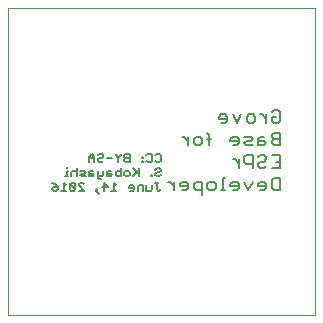
<source format=gbo>
G75*
%MOIN*%
%OFA0B0*%
%FSLAX25Y25*%
%IPPOS*%
%LPD*%
%AMOC8*
5,1,8,0,0,1.08239X$1,22.5*
%
%ADD10C,0.00000*%
%ADD11C,0.00800*%
%ADD12C,0.00500*%
D10*
X0001000Y0001750D02*
X0001000Y0104211D01*
X0103500Y0104250D01*
X0103500Y0001750D01*
X0001000Y0001750D01*
D11*
X0054451Y0046202D02*
X0055152Y0046202D01*
X0056553Y0044801D01*
X0056553Y0043400D02*
X0056553Y0046202D01*
X0058355Y0045502D02*
X0058355Y0044801D01*
X0061157Y0044801D01*
X0061157Y0044101D02*
X0060457Y0043400D01*
X0059055Y0043400D01*
X0058355Y0045502D02*
X0059055Y0046202D01*
X0060457Y0046202D01*
X0061157Y0045502D01*
X0061157Y0044101D01*
X0062959Y0044101D02*
X0062959Y0045502D01*
X0063659Y0046202D01*
X0065761Y0046202D01*
X0065761Y0041999D01*
X0065761Y0043400D02*
X0063659Y0043400D01*
X0062959Y0044101D01*
X0067563Y0044101D02*
X0067563Y0045502D01*
X0068263Y0046202D01*
X0069664Y0046202D01*
X0070365Y0045502D01*
X0070365Y0044101D01*
X0069664Y0043400D01*
X0068263Y0043400D01*
X0067563Y0044101D01*
X0072033Y0043400D02*
X0073434Y0043400D01*
X0072734Y0043400D02*
X0072734Y0047604D01*
X0073434Y0047604D01*
X0075236Y0045502D02*
X0075236Y0044801D01*
X0078038Y0044801D01*
X0078038Y0044101D02*
X0078038Y0045502D01*
X0077338Y0046202D01*
X0075936Y0046202D01*
X0075236Y0045502D01*
X0075936Y0043400D02*
X0077338Y0043400D01*
X0078038Y0044101D01*
X0079840Y0046202D02*
X0081241Y0043400D01*
X0082642Y0046202D01*
X0084444Y0045502D02*
X0084444Y0044801D01*
X0087246Y0044801D01*
X0087246Y0044101D02*
X0086545Y0043400D01*
X0085144Y0043400D01*
X0084444Y0045502D02*
X0085144Y0046202D01*
X0086545Y0046202D01*
X0087246Y0045502D01*
X0087246Y0044101D01*
X0089048Y0044101D02*
X0089048Y0046903D01*
X0089748Y0047604D01*
X0091850Y0047604D01*
X0091850Y0043400D01*
X0089748Y0043400D01*
X0089048Y0044101D01*
X0089048Y0050900D02*
X0091850Y0050900D01*
X0091850Y0055104D01*
X0089048Y0055104D01*
X0087246Y0054403D02*
X0087246Y0053702D01*
X0086545Y0053002D01*
X0085144Y0053002D01*
X0084444Y0052301D01*
X0084444Y0051601D01*
X0085144Y0050900D01*
X0086545Y0050900D01*
X0087246Y0051601D01*
X0087246Y0054403D02*
X0086545Y0055104D01*
X0085144Y0055104D01*
X0084444Y0054403D01*
X0082642Y0055104D02*
X0080540Y0055104D01*
X0079840Y0054403D01*
X0079840Y0053002D01*
X0080540Y0052301D01*
X0082642Y0052301D01*
X0082642Y0050900D02*
X0082642Y0055104D01*
X0082642Y0058400D02*
X0080540Y0058400D01*
X0079840Y0059101D01*
X0080540Y0059801D01*
X0081942Y0059801D01*
X0082642Y0060502D01*
X0081942Y0061202D01*
X0079840Y0061202D01*
X0078038Y0060502D02*
X0078038Y0059101D01*
X0077338Y0058400D01*
X0075936Y0058400D01*
X0075236Y0059801D02*
X0078038Y0059801D01*
X0078038Y0060502D02*
X0077338Y0061202D01*
X0075936Y0061202D01*
X0075236Y0060502D01*
X0075236Y0059801D01*
X0075936Y0053702D02*
X0076637Y0053702D01*
X0078038Y0052301D01*
X0078038Y0050900D02*
X0078038Y0053702D01*
X0084444Y0058400D02*
X0084444Y0060502D01*
X0085144Y0061202D01*
X0086545Y0061202D01*
X0086545Y0059801D02*
X0084444Y0059801D01*
X0084444Y0058400D02*
X0086545Y0058400D01*
X0087246Y0059101D01*
X0086545Y0059801D01*
X0089048Y0059801D02*
X0089048Y0059101D01*
X0089748Y0058400D01*
X0091850Y0058400D01*
X0091850Y0062604D01*
X0089748Y0062604D01*
X0089048Y0061903D01*
X0089048Y0061202D01*
X0089748Y0060502D01*
X0091850Y0060502D01*
X0089748Y0060502D02*
X0089048Y0059801D01*
X0089748Y0065900D02*
X0089048Y0066601D01*
X0089048Y0068002D01*
X0090449Y0068002D01*
X0091850Y0069403D02*
X0091850Y0066601D01*
X0091149Y0065900D01*
X0089748Y0065900D01*
X0087246Y0065900D02*
X0087246Y0068702D01*
X0087246Y0067301D02*
X0085845Y0068702D01*
X0085144Y0068702D01*
X0083409Y0068002D02*
X0083409Y0066601D01*
X0082709Y0065900D01*
X0081308Y0065900D01*
X0080607Y0066601D01*
X0080607Y0068002D01*
X0081308Y0068702D01*
X0082709Y0068702D01*
X0083409Y0068002D01*
X0078806Y0068702D02*
X0077404Y0065900D01*
X0076003Y0068702D01*
X0074202Y0068002D02*
X0073501Y0068702D01*
X0072100Y0068702D01*
X0071399Y0068002D01*
X0071399Y0067301D01*
X0074202Y0067301D01*
X0074202Y0066601D02*
X0074202Y0068002D01*
X0074202Y0066601D02*
X0073501Y0065900D01*
X0072100Y0065900D01*
X0068130Y0061903D02*
X0067429Y0062604D01*
X0068130Y0061903D02*
X0068130Y0058400D01*
X0068830Y0060502D02*
X0067429Y0060502D01*
X0065761Y0060502D02*
X0065761Y0059101D01*
X0065061Y0058400D01*
X0063659Y0058400D01*
X0062959Y0059101D01*
X0062959Y0060502D01*
X0063659Y0061202D01*
X0065061Y0061202D01*
X0065761Y0060502D01*
X0061157Y0061202D02*
X0061157Y0058400D01*
X0061157Y0059801D02*
X0059756Y0061202D01*
X0059055Y0061202D01*
X0089048Y0069403D02*
X0089748Y0070104D01*
X0091149Y0070104D01*
X0091850Y0069403D01*
X0091850Y0053002D02*
X0090449Y0053002D01*
D12*
X0052000Y0053300D02*
X0051550Y0052850D01*
X0050649Y0052850D01*
X0050198Y0053300D01*
X0052000Y0053300D02*
X0052000Y0055102D01*
X0051550Y0055552D01*
X0050649Y0055552D01*
X0050198Y0055102D01*
X0049053Y0055102D02*
X0049053Y0053300D01*
X0048603Y0052850D01*
X0047702Y0052850D01*
X0047252Y0053300D01*
X0046107Y0053300D02*
X0046107Y0052850D01*
X0045657Y0052850D01*
X0045657Y0053300D01*
X0046107Y0053300D01*
X0046107Y0054201D02*
X0045657Y0054201D01*
X0045657Y0054652D01*
X0046107Y0054652D01*
X0046107Y0054201D01*
X0047252Y0055102D02*
X0047702Y0055552D01*
X0048603Y0055552D01*
X0049053Y0055102D01*
X0050649Y0050752D02*
X0051550Y0050752D01*
X0052000Y0050302D01*
X0052000Y0049852D01*
X0051550Y0049401D01*
X0050649Y0049401D01*
X0050198Y0048951D01*
X0050198Y0048500D01*
X0050649Y0048050D01*
X0051550Y0048050D01*
X0052000Y0048500D01*
X0050198Y0050302D02*
X0050649Y0050752D01*
X0049053Y0048500D02*
X0048603Y0048500D01*
X0048603Y0048050D01*
X0049053Y0048050D01*
X0049053Y0048500D01*
X0050198Y0045952D02*
X0051099Y0045952D01*
X0050649Y0045952D02*
X0050649Y0043700D01*
X0051099Y0043250D01*
X0051550Y0043250D01*
X0052000Y0043700D01*
X0049053Y0043700D02*
X0048603Y0043250D01*
X0047252Y0043250D01*
X0047252Y0045052D01*
X0046107Y0045052D02*
X0046107Y0043250D01*
X0046107Y0045052D02*
X0044756Y0045052D01*
X0044305Y0044601D01*
X0044305Y0043250D01*
X0043160Y0043700D02*
X0043160Y0044601D01*
X0042710Y0045052D01*
X0041809Y0045052D01*
X0041359Y0044601D01*
X0041359Y0044151D01*
X0043160Y0044151D01*
X0043160Y0043700D02*
X0042710Y0043250D01*
X0041809Y0043250D01*
X0041237Y0048050D02*
X0040336Y0048050D01*
X0039886Y0048500D01*
X0039886Y0049401D01*
X0040336Y0049852D01*
X0041237Y0049852D01*
X0041687Y0049401D01*
X0041687Y0048500D01*
X0041237Y0048050D01*
X0042832Y0048050D02*
X0044183Y0049401D01*
X0044634Y0048951D02*
X0042832Y0050752D01*
X0044634Y0050752D02*
X0044634Y0048050D01*
X0049053Y0045052D02*
X0049053Y0043700D01*
X0038741Y0048050D02*
X0037390Y0048050D01*
X0036939Y0048500D01*
X0036939Y0049401D01*
X0037390Y0049852D01*
X0038741Y0049852D01*
X0038741Y0050752D02*
X0038741Y0048050D01*
X0035794Y0048500D02*
X0035344Y0048951D01*
X0033993Y0048951D01*
X0033993Y0049401D02*
X0033993Y0048050D01*
X0035344Y0048050D01*
X0035794Y0048500D01*
X0035344Y0049852D02*
X0034443Y0049852D01*
X0033993Y0049401D01*
X0032848Y0049852D02*
X0032848Y0048500D01*
X0032397Y0048050D01*
X0031046Y0048050D01*
X0031046Y0047600D02*
X0031496Y0047149D01*
X0031947Y0047149D01*
X0031046Y0047600D02*
X0031046Y0049852D01*
X0029451Y0049852D02*
X0028550Y0049852D01*
X0028100Y0049401D01*
X0028100Y0048050D01*
X0029451Y0048050D01*
X0029901Y0048500D01*
X0029451Y0048951D01*
X0028100Y0048951D01*
X0026955Y0049401D02*
X0026504Y0049852D01*
X0025153Y0049852D01*
X0025603Y0048951D02*
X0026504Y0048951D01*
X0026955Y0049401D01*
X0026955Y0048050D02*
X0025603Y0048050D01*
X0025153Y0048500D01*
X0025603Y0048951D01*
X0024008Y0049401D02*
X0023558Y0049852D01*
X0022657Y0049852D01*
X0022207Y0049401D01*
X0022207Y0048050D01*
X0021062Y0048050D02*
X0020161Y0048050D01*
X0020611Y0048050D02*
X0020611Y0049852D01*
X0021062Y0049852D01*
X0020611Y0050752D02*
X0020611Y0051203D01*
X0024008Y0050752D02*
X0024008Y0048050D01*
X0023067Y0045952D02*
X0022166Y0045952D01*
X0021715Y0045502D01*
X0023517Y0043700D01*
X0023067Y0043250D01*
X0022166Y0043250D01*
X0021715Y0043700D01*
X0021715Y0045502D01*
X0020570Y0045052D02*
X0019670Y0045952D01*
X0019670Y0043250D01*
X0020570Y0043250D02*
X0018769Y0043250D01*
X0017624Y0043700D02*
X0017624Y0044601D01*
X0016273Y0044601D01*
X0015822Y0044151D01*
X0015822Y0043700D01*
X0016273Y0043250D01*
X0017174Y0043250D01*
X0017624Y0043700D01*
X0017624Y0044601D02*
X0016723Y0045502D01*
X0015822Y0045952D01*
X0023067Y0045952D02*
X0023517Y0045502D01*
X0023517Y0043700D01*
X0024662Y0043250D02*
X0026464Y0043250D01*
X0024662Y0045052D01*
X0024662Y0045502D01*
X0025112Y0045952D01*
X0026013Y0045952D01*
X0026464Y0045502D01*
X0030474Y0043700D02*
X0030924Y0043700D01*
X0030924Y0043250D01*
X0030474Y0043250D01*
X0030474Y0043700D01*
X0030474Y0043250D02*
X0031374Y0042349D01*
X0032970Y0043250D02*
X0032970Y0045952D01*
X0034321Y0044601D01*
X0032519Y0044601D01*
X0035466Y0043250D02*
X0037267Y0043250D01*
X0036367Y0043250D02*
X0036367Y0045952D01*
X0037267Y0045052D01*
X0037840Y0052850D02*
X0037840Y0054201D01*
X0036939Y0055102D01*
X0036939Y0055552D01*
X0037840Y0054201D02*
X0038741Y0055102D01*
X0038741Y0055552D01*
X0039886Y0055102D02*
X0039886Y0054652D01*
X0040336Y0054201D01*
X0041687Y0054201D01*
X0040336Y0054201D02*
X0039886Y0053751D01*
X0039886Y0053300D01*
X0040336Y0052850D01*
X0041687Y0052850D01*
X0041687Y0055552D01*
X0040336Y0055552D01*
X0039886Y0055102D01*
X0035794Y0054201D02*
X0033993Y0054201D01*
X0032848Y0054652D02*
X0032848Y0055102D01*
X0032397Y0055552D01*
X0031496Y0055552D01*
X0031046Y0055102D01*
X0031496Y0054201D02*
X0031046Y0053751D01*
X0031046Y0053300D01*
X0031496Y0052850D01*
X0032397Y0052850D01*
X0032848Y0053300D01*
X0032397Y0054201D02*
X0031496Y0054201D01*
X0032397Y0054201D02*
X0032848Y0054652D01*
X0029901Y0054652D02*
X0029901Y0052850D01*
X0029901Y0054201D02*
X0028100Y0054201D01*
X0028100Y0054652D02*
X0028100Y0052850D01*
X0028100Y0054652D02*
X0029000Y0055552D01*
X0029901Y0054652D01*
M02*

</source>
